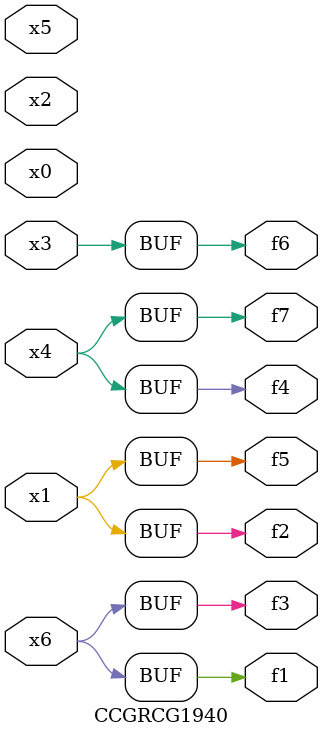
<source format=v>
module CCGRCG1940(
	input x0, x1, x2, x3, x4, x5, x6,
	output f1, f2, f3, f4, f5, f6, f7
);
	assign f1 = x6;
	assign f2 = x1;
	assign f3 = x6;
	assign f4 = x4;
	assign f5 = x1;
	assign f6 = x3;
	assign f7 = x4;
endmodule

</source>
